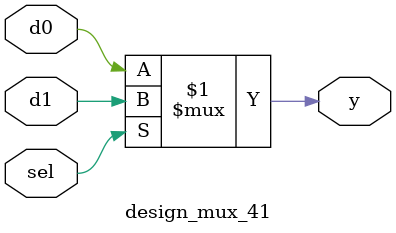
<source format=sv>
module design_mux_41(input logic sel, d0, d1, output logic y);
  assign y = sel ? d1 : d0;
endmodule

</source>
